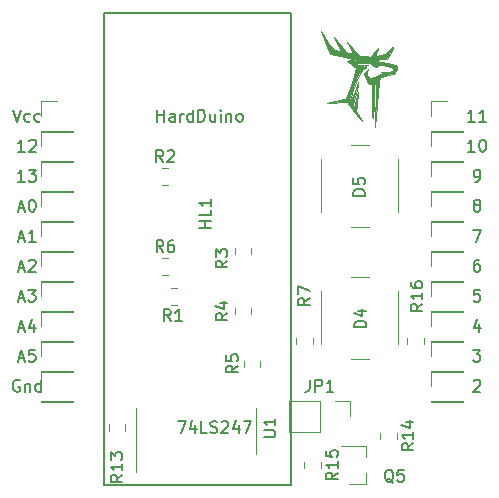
<source format=gbr>
G04 #@! TF.GenerationSoftware,KiCad,Pcbnew,(5.1.8)-1*
G04 #@! TF.CreationDate,2020-12-03T23:56:28+03:00*
G04 #@! TF.ProjectId,LED,4c45442e-6b69-4636-9164-5f7063625858,rev?*
G04 #@! TF.SameCoordinates,Original*
G04 #@! TF.FileFunction,Legend,Top*
G04 #@! TF.FilePolarity,Positive*
%FSLAX46Y46*%
G04 Gerber Fmt 4.6, Leading zero omitted, Abs format (unit mm)*
G04 Created by KiCad (PCBNEW (5.1.8)-1) date 2020-12-03 23:56:28*
%MOMM*%
%LPD*%
G01*
G04 APERTURE LIST*
%ADD10C,0.150000*%
%ADD11C,0.100000*%
%ADD12C,0.120000*%
G04 APERTURE END LIST*
D10*
X102925952Y-85494880D02*
X103592619Y-85494880D01*
X103164047Y-86494880D01*
X104402142Y-85828214D02*
X104402142Y-86494880D01*
X104164047Y-85447261D02*
X103925952Y-86161547D01*
X104545000Y-86161547D01*
X105402142Y-86494880D02*
X104925952Y-86494880D01*
X104925952Y-85494880D01*
X105687857Y-86447261D02*
X105830714Y-86494880D01*
X106068809Y-86494880D01*
X106164047Y-86447261D01*
X106211666Y-86399642D01*
X106259285Y-86304404D01*
X106259285Y-86209166D01*
X106211666Y-86113928D01*
X106164047Y-86066309D01*
X106068809Y-86018690D01*
X105878333Y-85971071D01*
X105783095Y-85923452D01*
X105735476Y-85875833D01*
X105687857Y-85780595D01*
X105687857Y-85685357D01*
X105735476Y-85590119D01*
X105783095Y-85542500D01*
X105878333Y-85494880D01*
X106116428Y-85494880D01*
X106259285Y-85542500D01*
X106640238Y-85590119D02*
X106687857Y-85542500D01*
X106783095Y-85494880D01*
X107021190Y-85494880D01*
X107116428Y-85542500D01*
X107164047Y-85590119D01*
X107211666Y-85685357D01*
X107211666Y-85780595D01*
X107164047Y-85923452D01*
X106592619Y-86494880D01*
X107211666Y-86494880D01*
X108068809Y-85828214D02*
X108068809Y-86494880D01*
X107830714Y-85447261D02*
X107592619Y-86161547D01*
X108211666Y-86161547D01*
X108497380Y-85494880D02*
X109164047Y-85494880D01*
X108735476Y-86494880D01*
D11*
G36*
X115730000Y-53532500D02*
G01*
X115950000Y-53852500D01*
X116140000Y-54032500D01*
X116200000Y-54072500D01*
X116630000Y-54202500D01*
X116670000Y-54182500D01*
X116670000Y-54092500D01*
X116480000Y-53662500D01*
X116180000Y-53012500D01*
X116990000Y-54002500D01*
X117190000Y-54222500D01*
X117310000Y-54322500D01*
X117390000Y-54352500D01*
X117570000Y-54362500D01*
X117790000Y-54422500D01*
X117750000Y-54302500D01*
X117240000Y-53412500D01*
X118010000Y-54252500D01*
X118170000Y-54442500D01*
X118260000Y-54522500D01*
X118370000Y-54572500D01*
X118810000Y-54622500D01*
X119270000Y-54642500D01*
X119750000Y-54042500D01*
X119900000Y-53892500D01*
X119890000Y-53972500D01*
X119750000Y-54302500D01*
X119670000Y-54472500D01*
X119660000Y-54552500D01*
X119740000Y-54562500D01*
X120140000Y-54542500D01*
X120490000Y-54432500D01*
X121160000Y-53862500D01*
X121040000Y-54152500D01*
X120610000Y-54802500D01*
X120280000Y-54862500D01*
X119670000Y-54912500D01*
X119480000Y-54982500D01*
X119700000Y-55042500D01*
X121030000Y-55262500D01*
X121350000Y-55332500D01*
X121480000Y-55432500D01*
X121500000Y-55602500D01*
X121480000Y-55762500D01*
X121420000Y-55842500D01*
X121370000Y-55862500D01*
X121330000Y-55942500D01*
X121330000Y-56042500D01*
X121270000Y-56092500D01*
X121080000Y-56142500D01*
X120460000Y-56252500D01*
X120170000Y-56332500D01*
X120040000Y-56452500D01*
X120010000Y-56512500D01*
X119980000Y-56662500D01*
X119990000Y-56832500D01*
X119660000Y-60602500D01*
X119710000Y-57212500D01*
X119700000Y-56932500D01*
X119690000Y-56742500D01*
X119680000Y-56702500D01*
X119640000Y-56662500D01*
X119590000Y-56782500D01*
X119560000Y-57112500D01*
X119530000Y-57602500D01*
X119500000Y-58982500D01*
X119480000Y-59512500D01*
X119440000Y-59842500D01*
X119410000Y-59662500D01*
X119380000Y-58982500D01*
X119380000Y-58102500D01*
X119360000Y-56882500D01*
X119200000Y-56922500D01*
X119090000Y-56922500D01*
X119020000Y-56872500D01*
X118950000Y-56742500D01*
X118710000Y-56112500D01*
X119020000Y-55712500D01*
X118980000Y-55942500D01*
X118970000Y-56102500D01*
X118970000Y-56172500D01*
X119040000Y-56302500D01*
X119190000Y-56512500D01*
X120100000Y-56122500D01*
X120230000Y-56052500D01*
X120280000Y-55992500D01*
X120170000Y-55952500D01*
X120380000Y-55912500D01*
X120900000Y-55902500D01*
X121020000Y-55882500D01*
X121110000Y-55832500D01*
X121140000Y-55772500D01*
X121110000Y-55652500D01*
X120950000Y-55552500D01*
X120680000Y-55442500D01*
X120280000Y-55362500D01*
X120040000Y-55352500D01*
X119900000Y-55372500D01*
X119850000Y-55412500D01*
X119780000Y-55512500D01*
X119730000Y-55522500D01*
X119670000Y-55522500D01*
X119550000Y-55472500D01*
X119400000Y-55372500D01*
X119360000Y-55312500D01*
X119350000Y-55272500D01*
X119290000Y-55242500D01*
X119210000Y-55212500D01*
X118720000Y-55192500D01*
X118270000Y-55202500D01*
X118130000Y-55222500D01*
X118010000Y-55252500D01*
X118030000Y-55292500D01*
X118240000Y-55332500D01*
X118540000Y-55352500D01*
X119050000Y-55362500D01*
X118630000Y-55512500D01*
X118630000Y-55542500D01*
X118830000Y-55562500D01*
X118840000Y-55592500D01*
X118600000Y-55712500D01*
X118540000Y-55782500D01*
X118410000Y-55972500D01*
X118210000Y-56402500D01*
X117780000Y-57452500D01*
X117560000Y-58102500D01*
X117510000Y-58272500D01*
X117480000Y-58412500D01*
X117530000Y-58492500D01*
X117580000Y-58462500D01*
X117620000Y-58392500D01*
X117710000Y-58172500D01*
X117890000Y-57662500D01*
X118200000Y-56832500D01*
X118160000Y-57092500D01*
X117910000Y-58092500D01*
X117850000Y-58302500D01*
X117790000Y-58642500D01*
X117770000Y-58762500D01*
X117770000Y-58872500D01*
X117820000Y-58932500D01*
X117880000Y-58852500D01*
X117920000Y-58702500D01*
X118020000Y-58332500D01*
X118180000Y-57612500D01*
X118210000Y-57612500D01*
X118060000Y-58772500D01*
X117990000Y-59222500D01*
X118380000Y-59792500D01*
X118540000Y-60092500D01*
X117930000Y-59382500D01*
X117230000Y-58492500D01*
X115590000Y-58562500D01*
X116990000Y-58262500D01*
X117200000Y-58192500D01*
X117280000Y-57972500D01*
X117570000Y-57092500D01*
X117820000Y-56242500D01*
X117980000Y-55572500D01*
X117250000Y-55002500D01*
X117610000Y-54962500D01*
X118060000Y-54982500D01*
X118540000Y-54992500D01*
X116620000Y-54572500D01*
X115820000Y-54382500D01*
X115390000Y-53412500D01*
X115020000Y-52512500D01*
X115730000Y-53532500D01*
G37*
X115730000Y-53532500D02*
X115950000Y-53852500D01*
X116140000Y-54032500D01*
X116200000Y-54072500D01*
X116630000Y-54202500D01*
X116670000Y-54182500D01*
X116670000Y-54092500D01*
X116480000Y-53662500D01*
X116180000Y-53012500D01*
X116990000Y-54002500D01*
X117190000Y-54222500D01*
X117310000Y-54322500D01*
X117390000Y-54352500D01*
X117570000Y-54362500D01*
X117790000Y-54422500D01*
X117750000Y-54302500D01*
X117240000Y-53412500D01*
X118010000Y-54252500D01*
X118170000Y-54442500D01*
X118260000Y-54522500D01*
X118370000Y-54572500D01*
X118810000Y-54622500D01*
X119270000Y-54642500D01*
X119750000Y-54042500D01*
X119900000Y-53892500D01*
X119890000Y-53972500D01*
X119750000Y-54302500D01*
X119670000Y-54472500D01*
X119660000Y-54552500D01*
X119740000Y-54562500D01*
X120140000Y-54542500D01*
X120490000Y-54432500D01*
X121160000Y-53862500D01*
X121040000Y-54152500D01*
X120610000Y-54802500D01*
X120280000Y-54862500D01*
X119670000Y-54912500D01*
X119480000Y-54982500D01*
X119700000Y-55042500D01*
X121030000Y-55262500D01*
X121350000Y-55332500D01*
X121480000Y-55432500D01*
X121500000Y-55602500D01*
X121480000Y-55762500D01*
X121420000Y-55842500D01*
X121370000Y-55862500D01*
X121330000Y-55942500D01*
X121330000Y-56042500D01*
X121270000Y-56092500D01*
X121080000Y-56142500D01*
X120460000Y-56252500D01*
X120170000Y-56332500D01*
X120040000Y-56452500D01*
X120010000Y-56512500D01*
X119980000Y-56662500D01*
X119990000Y-56832500D01*
X119660000Y-60602500D01*
X119710000Y-57212500D01*
X119700000Y-56932500D01*
X119690000Y-56742500D01*
X119680000Y-56702500D01*
X119640000Y-56662500D01*
X119590000Y-56782500D01*
X119560000Y-57112500D01*
X119530000Y-57602500D01*
X119500000Y-58982500D01*
X119480000Y-59512500D01*
X119440000Y-59842500D01*
X119410000Y-59662500D01*
X119380000Y-58982500D01*
X119380000Y-58102500D01*
X119360000Y-56882500D01*
X119200000Y-56922500D01*
X119090000Y-56922500D01*
X119020000Y-56872500D01*
X118950000Y-56742500D01*
X118710000Y-56112500D01*
X119020000Y-55712500D01*
X118980000Y-55942500D01*
X118970000Y-56102500D01*
X118970000Y-56172500D01*
X119040000Y-56302500D01*
X119190000Y-56512500D01*
X120100000Y-56122500D01*
X120230000Y-56052500D01*
X120280000Y-55992500D01*
X120170000Y-55952500D01*
X120380000Y-55912500D01*
X120900000Y-55902500D01*
X121020000Y-55882500D01*
X121110000Y-55832500D01*
X121140000Y-55772500D01*
X121110000Y-55652500D01*
X120950000Y-55552500D01*
X120680000Y-55442500D01*
X120280000Y-55362500D01*
X120040000Y-55352500D01*
X119900000Y-55372500D01*
X119850000Y-55412500D01*
X119780000Y-55512500D01*
X119730000Y-55522500D01*
X119670000Y-55522500D01*
X119550000Y-55472500D01*
X119400000Y-55372500D01*
X119360000Y-55312500D01*
X119350000Y-55272500D01*
X119290000Y-55242500D01*
X119210000Y-55212500D01*
X118720000Y-55192500D01*
X118270000Y-55202500D01*
X118130000Y-55222500D01*
X118010000Y-55252500D01*
X118030000Y-55292500D01*
X118240000Y-55332500D01*
X118540000Y-55352500D01*
X119050000Y-55362500D01*
X118630000Y-55512500D01*
X118630000Y-55542500D01*
X118830000Y-55562500D01*
X118840000Y-55592500D01*
X118600000Y-55712500D01*
X118540000Y-55782500D01*
X118410000Y-55972500D01*
X118210000Y-56402500D01*
X117780000Y-57452500D01*
X117560000Y-58102500D01*
X117510000Y-58272500D01*
X117480000Y-58412500D01*
X117530000Y-58492500D01*
X117580000Y-58462500D01*
X117620000Y-58392500D01*
X117710000Y-58172500D01*
X117890000Y-57662500D01*
X118200000Y-56832500D01*
X118160000Y-57092500D01*
X117910000Y-58092500D01*
X117850000Y-58302500D01*
X117790000Y-58642500D01*
X117770000Y-58762500D01*
X117770000Y-58872500D01*
X117820000Y-58932500D01*
X117880000Y-58852500D01*
X117920000Y-58702500D01*
X118020000Y-58332500D01*
X118180000Y-57612500D01*
X118210000Y-57612500D01*
X118060000Y-58772500D01*
X117990000Y-59222500D01*
X118380000Y-59792500D01*
X118540000Y-60092500D01*
X117930000Y-59382500D01*
X117230000Y-58492500D01*
X115590000Y-58562500D01*
X116990000Y-58262500D01*
X117200000Y-58192500D01*
X117280000Y-57972500D01*
X117570000Y-57092500D01*
X117820000Y-56242500D01*
X117980000Y-55572500D01*
X117250000Y-55002500D01*
X117610000Y-54962500D01*
X118060000Y-54982500D01*
X118540000Y-54992500D01*
X116620000Y-54572500D01*
X115820000Y-54382500D01*
X115390000Y-53412500D01*
X115020000Y-52512500D01*
X115730000Y-53532500D01*
D10*
X101179761Y-60142380D02*
X101179761Y-59142380D01*
X101179761Y-59618571D02*
X101751190Y-59618571D01*
X101751190Y-60142380D02*
X101751190Y-59142380D01*
X102655952Y-60142380D02*
X102655952Y-59618571D01*
X102608333Y-59523333D01*
X102513095Y-59475714D01*
X102322619Y-59475714D01*
X102227380Y-59523333D01*
X102655952Y-60094761D02*
X102560714Y-60142380D01*
X102322619Y-60142380D01*
X102227380Y-60094761D01*
X102179761Y-59999523D01*
X102179761Y-59904285D01*
X102227380Y-59809047D01*
X102322619Y-59761428D01*
X102560714Y-59761428D01*
X102655952Y-59713809D01*
X103132142Y-60142380D02*
X103132142Y-59475714D01*
X103132142Y-59666190D02*
X103179761Y-59570952D01*
X103227380Y-59523333D01*
X103322619Y-59475714D01*
X103417857Y-59475714D01*
X104179761Y-60142380D02*
X104179761Y-59142380D01*
X104179761Y-60094761D02*
X104084523Y-60142380D01*
X103894047Y-60142380D01*
X103798809Y-60094761D01*
X103751190Y-60047142D01*
X103703571Y-59951904D01*
X103703571Y-59666190D01*
X103751190Y-59570952D01*
X103798809Y-59523333D01*
X103894047Y-59475714D01*
X104084523Y-59475714D01*
X104179761Y-59523333D01*
X104655952Y-60142380D02*
X104655952Y-59142380D01*
X104894047Y-59142380D01*
X105036904Y-59190000D01*
X105132142Y-59285238D01*
X105179761Y-59380476D01*
X105227380Y-59570952D01*
X105227380Y-59713809D01*
X105179761Y-59904285D01*
X105132142Y-59999523D01*
X105036904Y-60094761D01*
X104894047Y-60142380D01*
X104655952Y-60142380D01*
X106084523Y-59475714D02*
X106084523Y-60142380D01*
X105655952Y-59475714D02*
X105655952Y-59999523D01*
X105703571Y-60094761D01*
X105798809Y-60142380D01*
X105941666Y-60142380D01*
X106036904Y-60094761D01*
X106084523Y-60047142D01*
X106560714Y-60142380D02*
X106560714Y-59475714D01*
X106560714Y-59142380D02*
X106513095Y-59190000D01*
X106560714Y-59237619D01*
X106608333Y-59190000D01*
X106560714Y-59142380D01*
X106560714Y-59237619D01*
X107036904Y-59475714D02*
X107036904Y-60142380D01*
X107036904Y-59570952D02*
X107084523Y-59523333D01*
X107179761Y-59475714D01*
X107322619Y-59475714D01*
X107417857Y-59523333D01*
X107465476Y-59618571D01*
X107465476Y-60142380D01*
X108084523Y-60142380D02*
X107989285Y-60094761D01*
X107941666Y-60047142D01*
X107894047Y-59951904D01*
X107894047Y-59666190D01*
X107941666Y-59570952D01*
X107989285Y-59523333D01*
X108084523Y-59475714D01*
X108227380Y-59475714D01*
X108322619Y-59523333D01*
X108370238Y-59570952D01*
X108417857Y-59666190D01*
X108417857Y-59951904D01*
X108370238Y-60047142D01*
X108322619Y-60094761D01*
X108227380Y-60142380D01*
X108084523Y-60142380D01*
X89527142Y-82050000D02*
X89431904Y-82002380D01*
X89289047Y-82002380D01*
X89146190Y-82050000D01*
X89050952Y-82145238D01*
X89003333Y-82240476D01*
X88955714Y-82430952D01*
X88955714Y-82573809D01*
X89003333Y-82764285D01*
X89050952Y-82859523D01*
X89146190Y-82954761D01*
X89289047Y-83002380D01*
X89384285Y-83002380D01*
X89527142Y-82954761D01*
X89574761Y-82907142D01*
X89574761Y-82573809D01*
X89384285Y-82573809D01*
X90003333Y-82335714D02*
X90003333Y-83002380D01*
X90003333Y-82430952D02*
X90050952Y-82383333D01*
X90146190Y-82335714D01*
X90289047Y-82335714D01*
X90384285Y-82383333D01*
X90431904Y-82478571D01*
X90431904Y-83002380D01*
X91336666Y-83002380D02*
X91336666Y-82002380D01*
X91336666Y-82954761D02*
X91241428Y-83002380D01*
X91050952Y-83002380D01*
X90955714Y-82954761D01*
X90908095Y-82907142D01*
X90860476Y-82811904D01*
X90860476Y-82526190D01*
X90908095Y-82430952D01*
X90955714Y-82383333D01*
X91050952Y-82335714D01*
X91241428Y-82335714D01*
X91336666Y-82383333D01*
X89455714Y-80176666D02*
X89931904Y-80176666D01*
X89360476Y-80462380D02*
X89693809Y-79462380D01*
X90027142Y-80462380D01*
X90836666Y-79462380D02*
X90360476Y-79462380D01*
X90312857Y-79938571D01*
X90360476Y-79890952D01*
X90455714Y-79843333D01*
X90693809Y-79843333D01*
X90789047Y-79890952D01*
X90836666Y-79938571D01*
X90884285Y-80033809D01*
X90884285Y-80271904D01*
X90836666Y-80367142D01*
X90789047Y-80414761D01*
X90693809Y-80462380D01*
X90455714Y-80462380D01*
X90360476Y-80414761D01*
X90312857Y-80367142D01*
X89455714Y-77636666D02*
X89931904Y-77636666D01*
X89360476Y-77922380D02*
X89693809Y-76922380D01*
X90027142Y-77922380D01*
X90789047Y-77255714D02*
X90789047Y-77922380D01*
X90550952Y-76874761D02*
X90312857Y-77589047D01*
X90931904Y-77589047D01*
X89455714Y-75096666D02*
X89931904Y-75096666D01*
X89360476Y-75382380D02*
X89693809Y-74382380D01*
X90027142Y-75382380D01*
X90265238Y-74382380D02*
X90884285Y-74382380D01*
X90550952Y-74763333D01*
X90693809Y-74763333D01*
X90789047Y-74810952D01*
X90836666Y-74858571D01*
X90884285Y-74953809D01*
X90884285Y-75191904D01*
X90836666Y-75287142D01*
X90789047Y-75334761D01*
X90693809Y-75382380D01*
X90408095Y-75382380D01*
X90312857Y-75334761D01*
X90265238Y-75287142D01*
X89455714Y-72556666D02*
X89931904Y-72556666D01*
X89360476Y-72842380D02*
X89693809Y-71842380D01*
X90027142Y-72842380D01*
X90312857Y-71937619D02*
X90360476Y-71890000D01*
X90455714Y-71842380D01*
X90693809Y-71842380D01*
X90789047Y-71890000D01*
X90836666Y-71937619D01*
X90884285Y-72032857D01*
X90884285Y-72128095D01*
X90836666Y-72270952D01*
X90265238Y-72842380D01*
X90884285Y-72842380D01*
X89455714Y-70016666D02*
X89931904Y-70016666D01*
X89360476Y-70302380D02*
X89693809Y-69302380D01*
X90027142Y-70302380D01*
X90884285Y-70302380D02*
X90312857Y-70302380D01*
X90598571Y-70302380D02*
X90598571Y-69302380D01*
X90503333Y-69445238D01*
X90408095Y-69540476D01*
X90312857Y-69588095D01*
X89455714Y-67476666D02*
X89931904Y-67476666D01*
X89360476Y-67762380D02*
X89693809Y-66762380D01*
X90027142Y-67762380D01*
X90550952Y-66762380D02*
X90646190Y-66762380D01*
X90741428Y-66810000D01*
X90789047Y-66857619D01*
X90836666Y-66952857D01*
X90884285Y-67143333D01*
X90884285Y-67381428D01*
X90836666Y-67571904D01*
X90789047Y-67667142D01*
X90741428Y-67714761D01*
X90646190Y-67762380D01*
X90550952Y-67762380D01*
X90455714Y-67714761D01*
X90408095Y-67667142D01*
X90360476Y-67571904D01*
X90312857Y-67381428D01*
X90312857Y-67143333D01*
X90360476Y-66952857D01*
X90408095Y-66857619D01*
X90455714Y-66810000D01*
X90550952Y-66762380D01*
X88979523Y-59142380D02*
X89312857Y-60142380D01*
X89646190Y-59142380D01*
X90408095Y-60094761D02*
X90312857Y-60142380D01*
X90122380Y-60142380D01*
X90027142Y-60094761D01*
X89979523Y-60047142D01*
X89931904Y-59951904D01*
X89931904Y-59666190D01*
X89979523Y-59570952D01*
X90027142Y-59523333D01*
X90122380Y-59475714D01*
X90312857Y-59475714D01*
X90408095Y-59523333D01*
X91265238Y-60094761D02*
X91170000Y-60142380D01*
X90979523Y-60142380D01*
X90884285Y-60094761D01*
X90836666Y-60047142D01*
X90789047Y-59951904D01*
X90789047Y-59666190D01*
X90836666Y-59570952D01*
X90884285Y-59523333D01*
X90979523Y-59475714D01*
X91170000Y-59475714D01*
X91265238Y-59523333D01*
X89979523Y-65222380D02*
X89408095Y-65222380D01*
X89693809Y-65222380D02*
X89693809Y-64222380D01*
X89598571Y-64365238D01*
X89503333Y-64460476D01*
X89408095Y-64508095D01*
X90312857Y-64222380D02*
X90931904Y-64222380D01*
X90598571Y-64603333D01*
X90741428Y-64603333D01*
X90836666Y-64650952D01*
X90884285Y-64698571D01*
X90931904Y-64793809D01*
X90931904Y-65031904D01*
X90884285Y-65127142D01*
X90836666Y-65174761D01*
X90741428Y-65222380D01*
X90455714Y-65222380D01*
X90360476Y-65174761D01*
X90312857Y-65127142D01*
X89979523Y-62682380D02*
X89408095Y-62682380D01*
X89693809Y-62682380D02*
X89693809Y-61682380D01*
X89598571Y-61825238D01*
X89503333Y-61920476D01*
X89408095Y-61968095D01*
X90360476Y-61777619D02*
X90408095Y-61730000D01*
X90503333Y-61682380D01*
X90741428Y-61682380D01*
X90836666Y-61730000D01*
X90884285Y-61777619D01*
X90931904Y-61872857D01*
X90931904Y-61968095D01*
X90884285Y-62110952D01*
X90312857Y-62682380D01*
X90931904Y-62682380D01*
X128079523Y-60142380D02*
X127508095Y-60142380D01*
X127793809Y-60142380D02*
X127793809Y-59142380D01*
X127698571Y-59285238D01*
X127603333Y-59380476D01*
X127508095Y-59428095D01*
X129031904Y-60142380D02*
X128460476Y-60142380D01*
X128746190Y-60142380D02*
X128746190Y-59142380D01*
X128650952Y-59285238D01*
X128555714Y-59380476D01*
X128460476Y-59428095D01*
X128079523Y-62682380D02*
X127508095Y-62682380D01*
X127793809Y-62682380D02*
X127793809Y-61682380D01*
X127698571Y-61825238D01*
X127603333Y-61920476D01*
X127508095Y-61968095D01*
X128698571Y-61682380D02*
X128793809Y-61682380D01*
X128889047Y-61730000D01*
X128936666Y-61777619D01*
X128984285Y-61872857D01*
X129031904Y-62063333D01*
X129031904Y-62301428D01*
X128984285Y-62491904D01*
X128936666Y-62587142D01*
X128889047Y-62634761D01*
X128793809Y-62682380D01*
X128698571Y-62682380D01*
X128603333Y-62634761D01*
X128555714Y-62587142D01*
X128508095Y-62491904D01*
X128460476Y-62301428D01*
X128460476Y-62063333D01*
X128508095Y-61872857D01*
X128555714Y-61777619D01*
X128603333Y-61730000D01*
X128698571Y-61682380D01*
X128079523Y-65222380D02*
X128270000Y-65222380D01*
X128365238Y-65174761D01*
X128412857Y-65127142D01*
X128508095Y-64984285D01*
X128555714Y-64793809D01*
X128555714Y-64412857D01*
X128508095Y-64317619D01*
X128460476Y-64270000D01*
X128365238Y-64222380D01*
X128174761Y-64222380D01*
X128079523Y-64270000D01*
X128031904Y-64317619D01*
X127984285Y-64412857D01*
X127984285Y-64650952D01*
X128031904Y-64746190D01*
X128079523Y-64793809D01*
X128174761Y-64841428D01*
X128365238Y-64841428D01*
X128460476Y-64793809D01*
X128508095Y-64746190D01*
X128555714Y-64650952D01*
X128174761Y-67190952D02*
X128079523Y-67143333D01*
X128031904Y-67095714D01*
X127984285Y-67000476D01*
X127984285Y-66952857D01*
X128031904Y-66857619D01*
X128079523Y-66810000D01*
X128174761Y-66762380D01*
X128365238Y-66762380D01*
X128460476Y-66810000D01*
X128508095Y-66857619D01*
X128555714Y-66952857D01*
X128555714Y-67000476D01*
X128508095Y-67095714D01*
X128460476Y-67143333D01*
X128365238Y-67190952D01*
X128174761Y-67190952D01*
X128079523Y-67238571D01*
X128031904Y-67286190D01*
X127984285Y-67381428D01*
X127984285Y-67571904D01*
X128031904Y-67667142D01*
X128079523Y-67714761D01*
X128174761Y-67762380D01*
X128365238Y-67762380D01*
X128460476Y-67714761D01*
X128508095Y-67667142D01*
X128555714Y-67571904D01*
X128555714Y-67381428D01*
X128508095Y-67286190D01*
X128460476Y-67238571D01*
X128365238Y-67190952D01*
X127936666Y-69302380D02*
X128603333Y-69302380D01*
X128174761Y-70302380D01*
X128460476Y-71842380D02*
X128270000Y-71842380D01*
X128174761Y-71890000D01*
X128127142Y-71937619D01*
X128031904Y-72080476D01*
X127984285Y-72270952D01*
X127984285Y-72651904D01*
X128031904Y-72747142D01*
X128079523Y-72794761D01*
X128174761Y-72842380D01*
X128365238Y-72842380D01*
X128460476Y-72794761D01*
X128508095Y-72747142D01*
X128555714Y-72651904D01*
X128555714Y-72413809D01*
X128508095Y-72318571D01*
X128460476Y-72270952D01*
X128365238Y-72223333D01*
X128174761Y-72223333D01*
X128079523Y-72270952D01*
X128031904Y-72318571D01*
X127984285Y-72413809D01*
X128508095Y-74382380D02*
X128031904Y-74382380D01*
X127984285Y-74858571D01*
X128031904Y-74810952D01*
X128127142Y-74763333D01*
X128365238Y-74763333D01*
X128460476Y-74810952D01*
X128508095Y-74858571D01*
X128555714Y-74953809D01*
X128555714Y-75191904D01*
X128508095Y-75287142D01*
X128460476Y-75334761D01*
X128365238Y-75382380D01*
X128127142Y-75382380D01*
X128031904Y-75334761D01*
X127984285Y-75287142D01*
X128460476Y-77255714D02*
X128460476Y-77922380D01*
X128222380Y-76874761D02*
X127984285Y-77589047D01*
X128603333Y-77589047D01*
X127936666Y-79462380D02*
X128555714Y-79462380D01*
X128222380Y-79843333D01*
X128365238Y-79843333D01*
X128460476Y-79890952D01*
X128508095Y-79938571D01*
X128555714Y-80033809D01*
X128555714Y-80271904D01*
X128508095Y-80367142D01*
X128460476Y-80414761D01*
X128365238Y-80462380D01*
X128079523Y-80462380D01*
X127984285Y-80414761D01*
X127936666Y-80367142D01*
X127984285Y-82097619D02*
X128031904Y-82050000D01*
X128127142Y-82002380D01*
X128365238Y-82002380D01*
X128460476Y-82050000D01*
X128508095Y-82097619D01*
X128555714Y-82192857D01*
X128555714Y-82288095D01*
X128508095Y-82430952D01*
X127936666Y-83002380D01*
X128555714Y-83002380D01*
X112522000Y-90932000D02*
X96647000Y-90932000D01*
X112522000Y-50927000D02*
X112522000Y-90932000D01*
X96647000Y-50927000D02*
X112522000Y-50927000D01*
X96647000Y-90932000D02*
X96647000Y-50927000D01*
D12*
X114375000Y-78478748D02*
X114375000Y-79001252D01*
X112955000Y-78478748D02*
X112955000Y-79001252D01*
X124400000Y-83880000D02*
X127060000Y-83880000D01*
X124400000Y-83820000D02*
X124400000Y-83880000D01*
X127060000Y-83820000D02*
X127060000Y-83880000D01*
X124400000Y-83820000D02*
X127060000Y-83820000D01*
X124400000Y-82550000D02*
X124400000Y-81220000D01*
X124400000Y-81220000D02*
X125730000Y-81220000D01*
X124400000Y-78680000D02*
X125730000Y-78680000D01*
X124400000Y-80010000D02*
X124400000Y-78680000D01*
X124400000Y-81280000D02*
X127060000Y-81280000D01*
X127060000Y-81280000D02*
X127060000Y-81340000D01*
X124400000Y-81280000D02*
X124400000Y-81340000D01*
X124400000Y-81340000D02*
X127060000Y-81340000D01*
X124400000Y-78800000D02*
X127060000Y-78800000D01*
X124400000Y-78740000D02*
X124400000Y-78800000D01*
X127060000Y-78740000D02*
X127060000Y-78800000D01*
X124400000Y-78740000D02*
X127060000Y-78740000D01*
X124400000Y-77470000D02*
X124400000Y-76140000D01*
X124400000Y-76140000D02*
X125730000Y-76140000D01*
X124400000Y-73600000D02*
X125730000Y-73600000D01*
X124400000Y-74930000D02*
X124400000Y-73600000D01*
X124400000Y-76200000D02*
X127060000Y-76200000D01*
X127060000Y-76200000D02*
X127060000Y-76260000D01*
X124400000Y-76200000D02*
X124400000Y-76260000D01*
X124400000Y-76260000D02*
X127060000Y-76260000D01*
X124400000Y-73720000D02*
X127060000Y-73720000D01*
X124400000Y-73660000D02*
X124400000Y-73720000D01*
X127060000Y-73660000D02*
X127060000Y-73720000D01*
X124400000Y-73660000D02*
X127060000Y-73660000D01*
X124400000Y-72390000D02*
X124400000Y-71060000D01*
X124400000Y-71060000D02*
X125730000Y-71060000D01*
X124400000Y-68520000D02*
X125730000Y-68520000D01*
X124400000Y-69850000D02*
X124400000Y-68520000D01*
X124400000Y-71120000D02*
X127060000Y-71120000D01*
X127060000Y-71120000D02*
X127060000Y-71180000D01*
X124400000Y-71120000D02*
X124400000Y-71180000D01*
X124400000Y-71180000D02*
X127060000Y-71180000D01*
X124400000Y-68640000D02*
X127060000Y-68640000D01*
X124400000Y-68580000D02*
X124400000Y-68640000D01*
X127060000Y-68580000D02*
X127060000Y-68640000D01*
X124400000Y-68580000D02*
X127060000Y-68580000D01*
X124400000Y-67310000D02*
X124400000Y-65980000D01*
X124400000Y-65980000D02*
X125730000Y-65980000D01*
X124400000Y-63440000D02*
X125730000Y-63440000D01*
X124400000Y-64770000D02*
X124400000Y-63440000D01*
X124400000Y-66040000D02*
X127060000Y-66040000D01*
X127060000Y-66040000D02*
X127060000Y-66100000D01*
X124400000Y-66040000D02*
X124400000Y-66100000D01*
X124400000Y-66100000D02*
X127060000Y-66100000D01*
X124400000Y-63560000D02*
X127060000Y-63560000D01*
X124400000Y-63500000D02*
X124400000Y-63560000D01*
X127060000Y-63500000D02*
X127060000Y-63560000D01*
X124400000Y-63500000D02*
X127060000Y-63500000D01*
X124400000Y-62230000D02*
X124400000Y-60900000D01*
X124400000Y-60900000D02*
X125730000Y-60900000D01*
X124400000Y-58360000D02*
X125730000Y-58360000D01*
X124400000Y-59690000D02*
X124400000Y-58360000D01*
X124400000Y-60960000D02*
X127060000Y-60960000D01*
X127060000Y-60960000D02*
X127060000Y-61020000D01*
X124400000Y-60960000D02*
X124400000Y-61020000D01*
X124400000Y-61020000D02*
X127060000Y-61020000D01*
X91380000Y-63560000D02*
X94040000Y-63560000D01*
X91380000Y-63500000D02*
X91380000Y-63560000D01*
X94040000Y-63500000D02*
X94040000Y-63560000D01*
X91380000Y-63500000D02*
X94040000Y-63500000D01*
X91380000Y-62230000D02*
X91380000Y-60900000D01*
X91380000Y-60900000D02*
X92710000Y-60900000D01*
X91380000Y-63440000D02*
X92710000Y-63440000D01*
X91380000Y-64770000D02*
X91380000Y-63440000D01*
X91380000Y-66040000D02*
X94040000Y-66040000D01*
X94040000Y-66040000D02*
X94040000Y-66100000D01*
X91380000Y-66040000D02*
X91380000Y-66100000D01*
X91380000Y-66100000D02*
X94040000Y-66100000D01*
X91380000Y-65980000D02*
X92710000Y-65980000D01*
X91380000Y-67310000D02*
X91380000Y-65980000D01*
X91380000Y-68580000D02*
X94040000Y-68580000D01*
X94040000Y-68580000D02*
X94040000Y-68640000D01*
X91380000Y-68580000D02*
X91380000Y-68640000D01*
X91380000Y-68640000D02*
X94040000Y-68640000D01*
X91380000Y-71180000D02*
X94040000Y-71180000D01*
X91380000Y-71120000D02*
X91380000Y-71180000D01*
X94040000Y-71120000D02*
X94040000Y-71180000D01*
X91380000Y-71120000D02*
X94040000Y-71120000D01*
X91380000Y-69850000D02*
X91380000Y-68520000D01*
X91380000Y-68520000D02*
X92710000Y-68520000D01*
X91380000Y-71060000D02*
X92710000Y-71060000D01*
X91380000Y-72390000D02*
X91380000Y-71060000D01*
X91380000Y-73660000D02*
X94040000Y-73660000D01*
X94040000Y-73660000D02*
X94040000Y-73720000D01*
X91380000Y-73660000D02*
X91380000Y-73720000D01*
X91380000Y-73720000D02*
X94040000Y-73720000D01*
X91380000Y-76260000D02*
X94040000Y-76260000D01*
X91380000Y-76200000D02*
X91380000Y-76260000D01*
X94040000Y-76200000D02*
X94040000Y-76260000D01*
X91380000Y-76200000D02*
X94040000Y-76200000D01*
X91380000Y-74930000D02*
X91380000Y-73600000D01*
X91380000Y-73600000D02*
X92710000Y-73600000D01*
X91380000Y-76140000D02*
X92710000Y-76140000D01*
X91380000Y-77470000D02*
X91380000Y-76140000D01*
X91380000Y-78740000D02*
X94040000Y-78740000D01*
X94040000Y-78740000D02*
X94040000Y-78800000D01*
X91380000Y-78740000D02*
X91380000Y-78800000D01*
X91380000Y-78800000D02*
X94040000Y-78800000D01*
X91380000Y-81340000D02*
X94040000Y-81340000D01*
X91380000Y-81280000D02*
X91380000Y-81340000D01*
X94040000Y-81280000D02*
X94040000Y-81340000D01*
X91380000Y-81280000D02*
X94040000Y-81280000D01*
X91380000Y-80010000D02*
X91380000Y-78680000D01*
X91380000Y-78680000D02*
X92710000Y-78680000D01*
X91380000Y-58360000D02*
X92710000Y-58360000D01*
X91380000Y-59690000D02*
X91380000Y-58360000D01*
X91380000Y-60960000D02*
X94040000Y-60960000D01*
X94040000Y-60960000D02*
X94040000Y-61020000D01*
X91380000Y-60960000D02*
X91380000Y-61020000D01*
X91380000Y-61020000D02*
X94040000Y-61020000D01*
X91380000Y-83880000D02*
X94040000Y-83880000D01*
X91380000Y-83820000D02*
X91380000Y-83880000D01*
X94040000Y-83820000D02*
X94040000Y-83880000D01*
X91380000Y-83820000D02*
X94040000Y-83820000D01*
X91380000Y-82550000D02*
X91380000Y-81220000D01*
X91380000Y-81220000D02*
X92710000Y-81220000D01*
X119078000Y-73260000D02*
X117578000Y-73260000D01*
X115078000Y-74510000D02*
X115078000Y-79010000D01*
X117578000Y-80260000D02*
X119078000Y-80260000D01*
X121578000Y-79010000D02*
X121578000Y-74510000D01*
X121578000Y-67834000D02*
X121578000Y-63334000D01*
X117578000Y-69084000D02*
X119078000Y-69084000D01*
X115078000Y-63334000D02*
X115078000Y-67834000D01*
X119078000Y-62084000D02*
X117578000Y-62084000D01*
X102363748Y-74220000D02*
X102886252Y-74220000D01*
X102363748Y-75640000D02*
X102886252Y-75640000D01*
X101592748Y-65480000D02*
X102115252Y-65480000D01*
X101592748Y-64060000D02*
X102115252Y-64060000D01*
X109168000Y-70858748D02*
X109168000Y-71381252D01*
X107748000Y-70858748D02*
X107748000Y-71381252D01*
X107748000Y-75938748D02*
X107748000Y-76461252D01*
X109168000Y-75938748D02*
X109168000Y-76461252D01*
X109930000Y-80383748D02*
X109930000Y-80906252D01*
X108510000Y-80383748D02*
X108510000Y-80906252D01*
X101601748Y-73100000D02*
X102124252Y-73100000D01*
X101601748Y-71680000D02*
X102124252Y-71680000D01*
X98500000Y-86303752D02*
X98500000Y-85781248D01*
X97080000Y-86303752D02*
X97080000Y-85781248D01*
X99397500Y-86360000D02*
X99397500Y-89810000D01*
X99397500Y-86360000D02*
X99397500Y-84410000D01*
X109517500Y-86360000D02*
X109517500Y-88310000D01*
X109517500Y-86360000D02*
X109517500Y-84410000D01*
X118886000Y-90797500D02*
X117426000Y-90797500D01*
X118886000Y-87637500D02*
X116726000Y-87637500D01*
X118886000Y-87637500D02*
X118886000Y-88567500D01*
X118886000Y-90797500D02*
X118886000Y-89867500D01*
X121487000Y-86479748D02*
X121487000Y-87002252D01*
X120067000Y-86479748D02*
X120067000Y-87002252D01*
X113653500Y-88956248D02*
X113653500Y-89478752D01*
X115073500Y-88956248D02*
X115073500Y-89478752D01*
X123785700Y-78988552D02*
X123785700Y-78466048D01*
X122365700Y-78988552D02*
X122365700Y-78466048D01*
X117535000Y-83760000D02*
X117535000Y-85090000D01*
X116205000Y-83760000D02*
X117535000Y-83760000D01*
X114935000Y-83760000D02*
X114935000Y-86420000D01*
X114935000Y-86420000D02*
X112335000Y-86420000D01*
X114935000Y-83760000D02*
X112335000Y-83760000D01*
X112335000Y-83760000D02*
X112335000Y-86420000D01*
D10*
X105735380Y-69111666D02*
X104735380Y-69111666D01*
X105211571Y-69111666D02*
X105211571Y-68540238D01*
X105735380Y-68540238D02*
X104735380Y-68540238D01*
X105735380Y-67587857D02*
X105735380Y-68064047D01*
X104735380Y-68064047D01*
X105735380Y-66730714D02*
X105735380Y-67302142D01*
X105735380Y-67016428D02*
X104735380Y-67016428D01*
X104878238Y-67111666D01*
X104973476Y-67206904D01*
X105021095Y-67302142D01*
X114117380Y-75096666D02*
X113641190Y-75430000D01*
X114117380Y-75668095D02*
X113117380Y-75668095D01*
X113117380Y-75287142D01*
X113165000Y-75191904D01*
X113212619Y-75144285D01*
X113307857Y-75096666D01*
X113450714Y-75096666D01*
X113545952Y-75144285D01*
X113593571Y-75191904D01*
X113641190Y-75287142D01*
X113641190Y-75668095D01*
X113117380Y-74763333D02*
X113117380Y-74096666D01*
X114117380Y-74525238D01*
X118879880Y-77573095D02*
X117879880Y-77573095D01*
X117879880Y-77335000D01*
X117927500Y-77192142D01*
X118022738Y-77096904D01*
X118117976Y-77049285D01*
X118308452Y-77001666D01*
X118451309Y-77001666D01*
X118641785Y-77049285D01*
X118737023Y-77096904D01*
X118832261Y-77192142D01*
X118879880Y-77335000D01*
X118879880Y-77573095D01*
X118213214Y-76144523D02*
X118879880Y-76144523D01*
X117832261Y-76382619D02*
X118546547Y-76620714D01*
X118546547Y-76001666D01*
X118772380Y-66408095D02*
X117772380Y-66408095D01*
X117772380Y-66170000D01*
X117820000Y-66027142D01*
X117915238Y-65931904D01*
X118010476Y-65884285D01*
X118200952Y-65836666D01*
X118343809Y-65836666D01*
X118534285Y-65884285D01*
X118629523Y-65931904D01*
X118724761Y-66027142D01*
X118772380Y-66170000D01*
X118772380Y-66408095D01*
X117772380Y-64931904D02*
X117772380Y-65408095D01*
X118248571Y-65455714D01*
X118200952Y-65408095D01*
X118153333Y-65312857D01*
X118153333Y-65074761D01*
X118200952Y-64979523D01*
X118248571Y-64931904D01*
X118343809Y-64884285D01*
X118581904Y-64884285D01*
X118677142Y-64931904D01*
X118724761Y-64979523D01*
X118772380Y-65074761D01*
X118772380Y-65312857D01*
X118724761Y-65408095D01*
X118677142Y-65455714D01*
X102322333Y-77033380D02*
X101989000Y-76557190D01*
X101750904Y-77033380D02*
X101750904Y-76033380D01*
X102131857Y-76033380D01*
X102227095Y-76081000D01*
X102274714Y-76128619D01*
X102322333Y-76223857D01*
X102322333Y-76366714D01*
X102274714Y-76461952D01*
X102227095Y-76509571D01*
X102131857Y-76557190D01*
X101750904Y-76557190D01*
X103274714Y-77033380D02*
X102703285Y-77033380D01*
X102989000Y-77033380D02*
X102989000Y-76033380D01*
X102893761Y-76176238D01*
X102798523Y-76271476D01*
X102703285Y-76319095D01*
X101687333Y-63572380D02*
X101354000Y-63096190D01*
X101115904Y-63572380D02*
X101115904Y-62572380D01*
X101496857Y-62572380D01*
X101592095Y-62620000D01*
X101639714Y-62667619D01*
X101687333Y-62762857D01*
X101687333Y-62905714D01*
X101639714Y-63000952D01*
X101592095Y-63048571D01*
X101496857Y-63096190D01*
X101115904Y-63096190D01*
X102068285Y-62667619D02*
X102115904Y-62620000D01*
X102211142Y-62572380D01*
X102449238Y-62572380D01*
X102544476Y-62620000D01*
X102592095Y-62667619D01*
X102639714Y-62762857D01*
X102639714Y-62858095D01*
X102592095Y-63000952D01*
X102020666Y-63572380D01*
X102639714Y-63572380D01*
X107132380Y-71921666D02*
X106656190Y-72255000D01*
X107132380Y-72493095D02*
X106132380Y-72493095D01*
X106132380Y-72112142D01*
X106180000Y-72016904D01*
X106227619Y-71969285D01*
X106322857Y-71921666D01*
X106465714Y-71921666D01*
X106560952Y-71969285D01*
X106608571Y-72016904D01*
X106656190Y-72112142D01*
X106656190Y-72493095D01*
X106132380Y-71588333D02*
X106132380Y-70969285D01*
X106513333Y-71302619D01*
X106513333Y-71159761D01*
X106560952Y-71064523D01*
X106608571Y-71016904D01*
X106703809Y-70969285D01*
X106941904Y-70969285D01*
X107037142Y-71016904D01*
X107084761Y-71064523D01*
X107132380Y-71159761D01*
X107132380Y-71445476D01*
X107084761Y-71540714D01*
X107037142Y-71588333D01*
X107132380Y-76366666D02*
X106656190Y-76700000D01*
X107132380Y-76938095D02*
X106132380Y-76938095D01*
X106132380Y-76557142D01*
X106180000Y-76461904D01*
X106227619Y-76414285D01*
X106322857Y-76366666D01*
X106465714Y-76366666D01*
X106560952Y-76414285D01*
X106608571Y-76461904D01*
X106656190Y-76557142D01*
X106656190Y-76938095D01*
X106465714Y-75509523D02*
X107132380Y-75509523D01*
X106084761Y-75747619D02*
X106799047Y-75985714D01*
X106799047Y-75366666D01*
X108021380Y-80811666D02*
X107545190Y-81145000D01*
X108021380Y-81383095D02*
X107021380Y-81383095D01*
X107021380Y-81002142D01*
X107069000Y-80906904D01*
X107116619Y-80859285D01*
X107211857Y-80811666D01*
X107354714Y-80811666D01*
X107449952Y-80859285D01*
X107497571Y-80906904D01*
X107545190Y-81002142D01*
X107545190Y-81383095D01*
X107021380Y-79906904D02*
X107021380Y-80383095D01*
X107497571Y-80430714D01*
X107449952Y-80383095D01*
X107402333Y-80287857D01*
X107402333Y-80049761D01*
X107449952Y-79954523D01*
X107497571Y-79906904D01*
X107592809Y-79859285D01*
X107830904Y-79859285D01*
X107926142Y-79906904D01*
X107973761Y-79954523D01*
X108021380Y-80049761D01*
X108021380Y-80287857D01*
X107973761Y-80383095D01*
X107926142Y-80430714D01*
X101696333Y-71192380D02*
X101363000Y-70716190D01*
X101124904Y-71192380D02*
X101124904Y-70192380D01*
X101505857Y-70192380D01*
X101601095Y-70240000D01*
X101648714Y-70287619D01*
X101696333Y-70382857D01*
X101696333Y-70525714D01*
X101648714Y-70620952D01*
X101601095Y-70668571D01*
X101505857Y-70716190D01*
X101124904Y-70716190D01*
X102553476Y-70192380D02*
X102363000Y-70192380D01*
X102267761Y-70240000D01*
X102220142Y-70287619D01*
X102124904Y-70430476D01*
X102077285Y-70620952D01*
X102077285Y-71001904D01*
X102124904Y-71097142D01*
X102172523Y-71144761D01*
X102267761Y-71192380D01*
X102458238Y-71192380D01*
X102553476Y-71144761D01*
X102601095Y-71097142D01*
X102648714Y-71001904D01*
X102648714Y-70763809D01*
X102601095Y-70668571D01*
X102553476Y-70620952D01*
X102458238Y-70573333D01*
X102267761Y-70573333D01*
X102172523Y-70620952D01*
X102124904Y-70668571D01*
X102077285Y-70763809D01*
X98242380Y-90050857D02*
X97766190Y-90384190D01*
X98242380Y-90622285D02*
X97242380Y-90622285D01*
X97242380Y-90241333D01*
X97290000Y-90146095D01*
X97337619Y-90098476D01*
X97432857Y-90050857D01*
X97575714Y-90050857D01*
X97670952Y-90098476D01*
X97718571Y-90146095D01*
X97766190Y-90241333D01*
X97766190Y-90622285D01*
X98242380Y-89098476D02*
X98242380Y-89669904D01*
X98242380Y-89384190D02*
X97242380Y-89384190D01*
X97385238Y-89479428D01*
X97480476Y-89574666D01*
X97528095Y-89669904D01*
X97242380Y-88765142D02*
X97242380Y-88146095D01*
X97623333Y-88479428D01*
X97623333Y-88336571D01*
X97670952Y-88241333D01*
X97718571Y-88193714D01*
X97813809Y-88146095D01*
X98051904Y-88146095D01*
X98147142Y-88193714D01*
X98194761Y-88241333D01*
X98242380Y-88336571D01*
X98242380Y-88622285D01*
X98194761Y-88717523D01*
X98147142Y-88765142D01*
X110196380Y-86867904D02*
X111005904Y-86867904D01*
X111101142Y-86820285D01*
X111148761Y-86772666D01*
X111196380Y-86677428D01*
X111196380Y-86486952D01*
X111148761Y-86391714D01*
X111101142Y-86344095D01*
X111005904Y-86296476D01*
X110196380Y-86296476D01*
X111196380Y-85296476D02*
X111196380Y-85867904D01*
X111196380Y-85582190D02*
X110196380Y-85582190D01*
X110339238Y-85677428D01*
X110434476Y-85772666D01*
X110482095Y-85867904D01*
X121189761Y-90717619D02*
X121094523Y-90670000D01*
X120999285Y-90574761D01*
X120856428Y-90431904D01*
X120761190Y-90384285D01*
X120665952Y-90384285D01*
X120713571Y-90622380D02*
X120618333Y-90574761D01*
X120523095Y-90479523D01*
X120475476Y-90289047D01*
X120475476Y-89955714D01*
X120523095Y-89765238D01*
X120618333Y-89670000D01*
X120713571Y-89622380D01*
X120904047Y-89622380D01*
X120999285Y-89670000D01*
X121094523Y-89765238D01*
X121142142Y-89955714D01*
X121142142Y-90289047D01*
X121094523Y-90479523D01*
X120999285Y-90574761D01*
X120904047Y-90622380D01*
X120713571Y-90622380D01*
X122046904Y-89622380D02*
X121570714Y-89622380D01*
X121523095Y-90098571D01*
X121570714Y-90050952D01*
X121665952Y-90003333D01*
X121904047Y-90003333D01*
X121999285Y-90050952D01*
X122046904Y-90098571D01*
X122094523Y-90193809D01*
X122094523Y-90431904D01*
X122046904Y-90527142D01*
X121999285Y-90574761D01*
X121904047Y-90622380D01*
X121665952Y-90622380D01*
X121570714Y-90574761D01*
X121523095Y-90527142D01*
X122879380Y-87383857D02*
X122403190Y-87717190D01*
X122879380Y-87955285D02*
X121879380Y-87955285D01*
X121879380Y-87574333D01*
X121927000Y-87479095D01*
X121974619Y-87431476D01*
X122069857Y-87383857D01*
X122212714Y-87383857D01*
X122307952Y-87431476D01*
X122355571Y-87479095D01*
X122403190Y-87574333D01*
X122403190Y-87955285D01*
X122879380Y-86431476D02*
X122879380Y-87002904D01*
X122879380Y-86717190D02*
X121879380Y-86717190D01*
X122022238Y-86812428D01*
X122117476Y-86907666D01*
X122165095Y-87002904D01*
X122212714Y-85574333D02*
X122879380Y-85574333D01*
X121831761Y-85812428D02*
X122546047Y-86050523D01*
X122546047Y-85431476D01*
X116465880Y-89860357D02*
X115989690Y-90193690D01*
X116465880Y-90431785D02*
X115465880Y-90431785D01*
X115465880Y-90050833D01*
X115513500Y-89955595D01*
X115561119Y-89907976D01*
X115656357Y-89860357D01*
X115799214Y-89860357D01*
X115894452Y-89907976D01*
X115942071Y-89955595D01*
X115989690Y-90050833D01*
X115989690Y-90431785D01*
X116465880Y-88907976D02*
X116465880Y-89479404D01*
X116465880Y-89193690D02*
X115465880Y-89193690D01*
X115608738Y-89288928D01*
X115703976Y-89384166D01*
X115751595Y-89479404D01*
X115465880Y-88003214D02*
X115465880Y-88479404D01*
X115942071Y-88527023D01*
X115894452Y-88479404D01*
X115846833Y-88384166D01*
X115846833Y-88146071D01*
X115894452Y-88050833D01*
X115942071Y-88003214D01*
X116037309Y-87955595D01*
X116275404Y-87955595D01*
X116370642Y-88003214D01*
X116418261Y-88050833D01*
X116465880Y-88146071D01*
X116465880Y-88384166D01*
X116418261Y-88479404D01*
X116370642Y-88527023D01*
X123642380Y-75572857D02*
X123166190Y-75906190D01*
X123642380Y-76144285D02*
X122642380Y-76144285D01*
X122642380Y-75763333D01*
X122690000Y-75668095D01*
X122737619Y-75620476D01*
X122832857Y-75572857D01*
X122975714Y-75572857D01*
X123070952Y-75620476D01*
X123118571Y-75668095D01*
X123166190Y-75763333D01*
X123166190Y-76144285D01*
X123642380Y-74620476D02*
X123642380Y-75191904D01*
X123642380Y-74906190D02*
X122642380Y-74906190D01*
X122785238Y-75001428D01*
X122880476Y-75096666D01*
X122928095Y-75191904D01*
X122642380Y-73763333D02*
X122642380Y-73953809D01*
X122690000Y-74049047D01*
X122737619Y-74096666D01*
X122880476Y-74191904D01*
X123070952Y-74239523D01*
X123451904Y-74239523D01*
X123547142Y-74191904D01*
X123594761Y-74144285D01*
X123642380Y-74049047D01*
X123642380Y-73858571D01*
X123594761Y-73763333D01*
X123547142Y-73715714D01*
X123451904Y-73668095D01*
X123213809Y-73668095D01*
X123118571Y-73715714D01*
X123070952Y-73763333D01*
X123023333Y-73858571D01*
X123023333Y-74049047D01*
X123070952Y-74144285D01*
X123118571Y-74191904D01*
X123213809Y-74239523D01*
X114101666Y-82002380D02*
X114101666Y-82716666D01*
X114054047Y-82859523D01*
X113958809Y-82954761D01*
X113815952Y-83002380D01*
X113720714Y-83002380D01*
X114577857Y-83002380D02*
X114577857Y-82002380D01*
X114958809Y-82002380D01*
X115054047Y-82050000D01*
X115101666Y-82097619D01*
X115149285Y-82192857D01*
X115149285Y-82335714D01*
X115101666Y-82430952D01*
X115054047Y-82478571D01*
X114958809Y-82526190D01*
X114577857Y-82526190D01*
X116101666Y-83002380D02*
X115530238Y-83002380D01*
X115815952Y-83002380D02*
X115815952Y-82002380D01*
X115720714Y-82145238D01*
X115625476Y-82240476D01*
X115530238Y-82288095D01*
M02*

</source>
